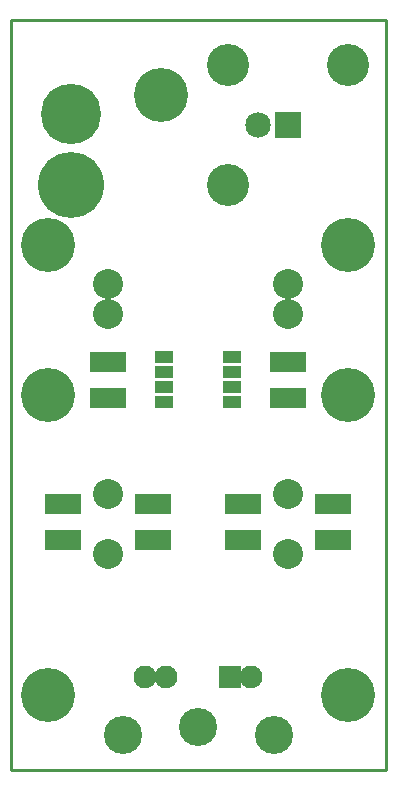
<source format=gbs>
G04 (created by PCBNEW-RS274X (2010-03-14)-final) date Fri 10 Jun 2011 04:11:06 PM PDT*
G01*
G70*
G90*
%MOIN*%
G04 Gerber Fmt 3.4, Leading zero omitted, Abs format*
%FSLAX34Y34*%
G04 APERTURE LIST*
%ADD10C,0.006000*%
%ADD11C,0.009000*%
%ADD12C,0.140000*%
%ADD13R,0.085000X0.085000*%
%ADD14C,0.085000*%
%ADD15R,0.060000X0.040000*%
%ADD16C,0.127000*%
%ADD17C,0.076000*%
%ADD18R,0.076000X0.076000*%
%ADD19C,0.220000*%
%ADD20C,0.201100*%
%ADD21C,0.100000*%
%ADD22C,0.180000*%
%ADD23R,0.120000X0.070000*%
G04 APERTURE END LIST*
G54D10*
G54D11*
X52250Y-29000D02*
X52250Y-54000D01*
X64750Y-29000D02*
X52250Y-29000D01*
X64750Y-54000D02*
X64750Y-29000D01*
X52250Y-54000D02*
X64750Y-54000D01*
G54D12*
X59500Y-30500D03*
X63500Y-30500D03*
G54D13*
X61500Y-32500D03*
G54D14*
X60500Y-32500D03*
G54D12*
X59500Y-34500D03*
G54D15*
X57370Y-41750D03*
X57370Y-41250D03*
X57370Y-40750D03*
X57370Y-40250D03*
X59630Y-40250D03*
X59630Y-40750D03*
X59630Y-41250D03*
X59630Y-41750D03*
G54D16*
X55980Y-52840D03*
X61020Y-52840D03*
G54D17*
X56730Y-50920D03*
X60270Y-50920D03*
X57435Y-50920D03*
G54D18*
X59565Y-50920D03*
G54D16*
X58500Y-52570D03*
G54D19*
X54250Y-34500D03*
G54D20*
X54250Y-32138D03*
G54D21*
X61500Y-37800D03*
X61500Y-38800D03*
X55500Y-37800D03*
X55500Y-38800D03*
X61500Y-44800D03*
X55500Y-44800D03*
X55500Y-46800D03*
X61500Y-46800D03*
G54D22*
X63500Y-41500D03*
X53500Y-51500D03*
X63500Y-51500D03*
X53500Y-41500D03*
G54D23*
X55500Y-40400D03*
X55500Y-41600D03*
X61500Y-40400D03*
X61500Y-41600D03*
X60000Y-46350D03*
X60000Y-45150D03*
X63000Y-46350D03*
X63000Y-45150D03*
X57000Y-45150D03*
X57000Y-46350D03*
X54000Y-45150D03*
X54000Y-46350D03*
G54D22*
X63500Y-36500D03*
X57250Y-31500D03*
X53500Y-36500D03*
M02*

</source>
